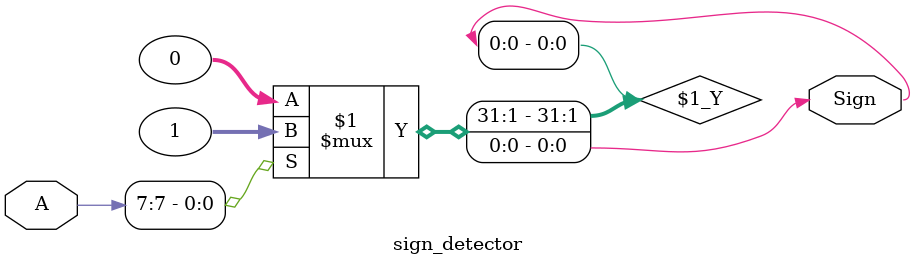
<source format=v>
module sign_detector(A,Sign);
input [7:0]A;
output Sign;

assign Sign = A[7] ? 1 : 0;

endmodule
</source>
